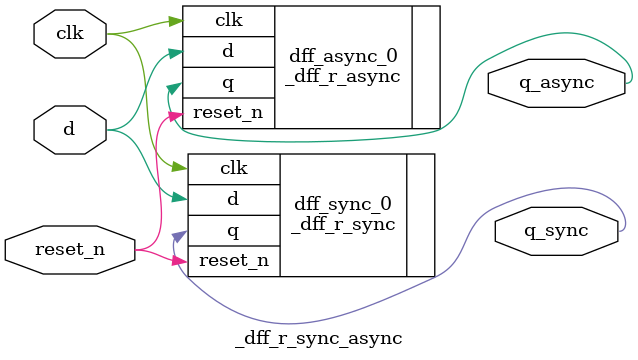
<source format=v>
module _dff_r_sync_async(clk, reset_n, d, q_sync, q_async);
	input clk, reset_n, d;
	output q_sync, q_async; //set input and output
	
	_dff_r_sync dff_sync_0(.clk(clk), .reset_n(reset_n), .d(d), .q(q_sync));
	_dff_r_async dff_async_0(.clk(clk), .reset_n(reset_n), .d(d), .q(q_async));
	
	
endmodule

</source>
